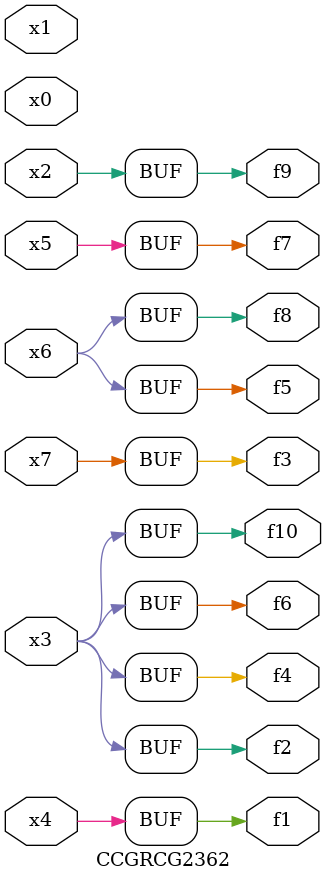
<source format=v>
module CCGRCG2362(
	input x0, x1, x2, x3, x4, x5, x6, x7,
	output f1, f2, f3, f4, f5, f6, f7, f8, f9, f10
);
	assign f1 = x4;
	assign f2 = x3;
	assign f3 = x7;
	assign f4 = x3;
	assign f5 = x6;
	assign f6 = x3;
	assign f7 = x5;
	assign f8 = x6;
	assign f9 = x2;
	assign f10 = x3;
endmodule

</source>
